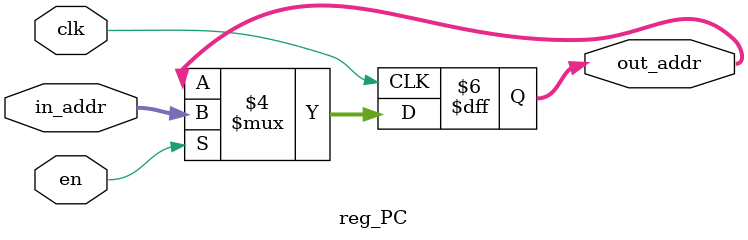
<source format=v>
`timescale 1ns / 1ps

module reg_PC #(
	localparam N=32
)(
	input clk,
	input en,
	input [N-1:0] in_addr,
	output reg [N-1:0] out_addr
);
	always @(negedge clk)
		if(en)
			{ out_addr } = { in_addr };
		
	initial
		{ out_addr } = 0;
		
endmodule

</source>
